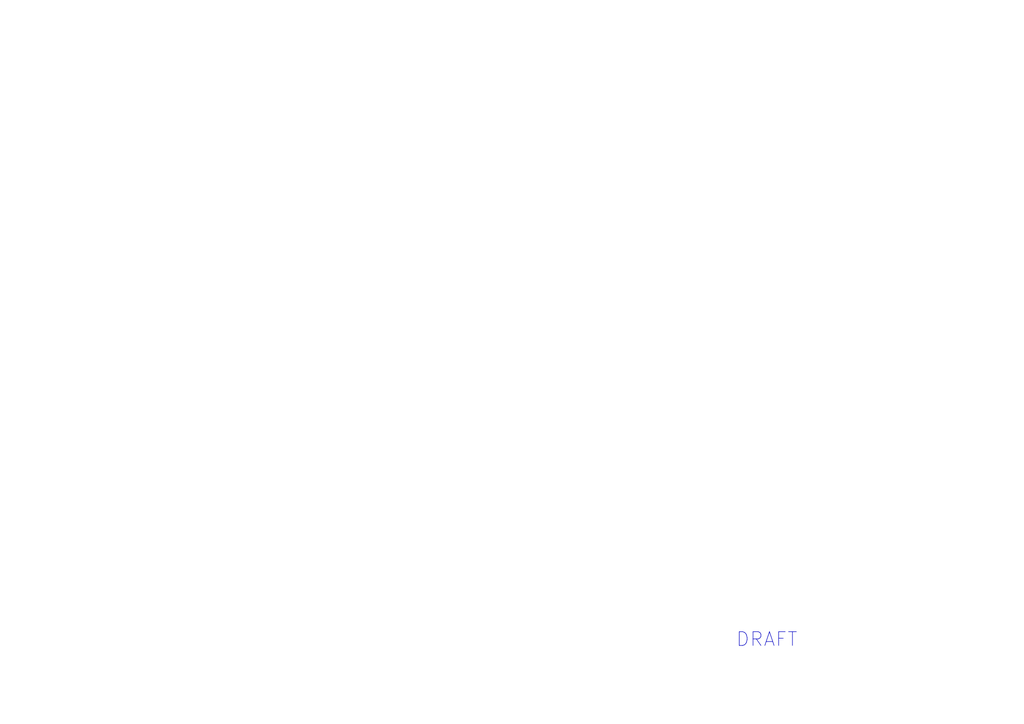
<source format=kicad_sch>
(kicad_sch (version 20211123) (generator eeschema)
  (paper "A4")
  (title_block (title "MCU PIC24FJ") (date "01/2022") (rev "A") (comment 1 "TCAR MCU Board - PIC24"))
  (lib_symbols)
  (text "DRAFT" (at 213.36 187.96 0) (effects (font (size 4 4)) (justify left bottom)))
)
</source>
